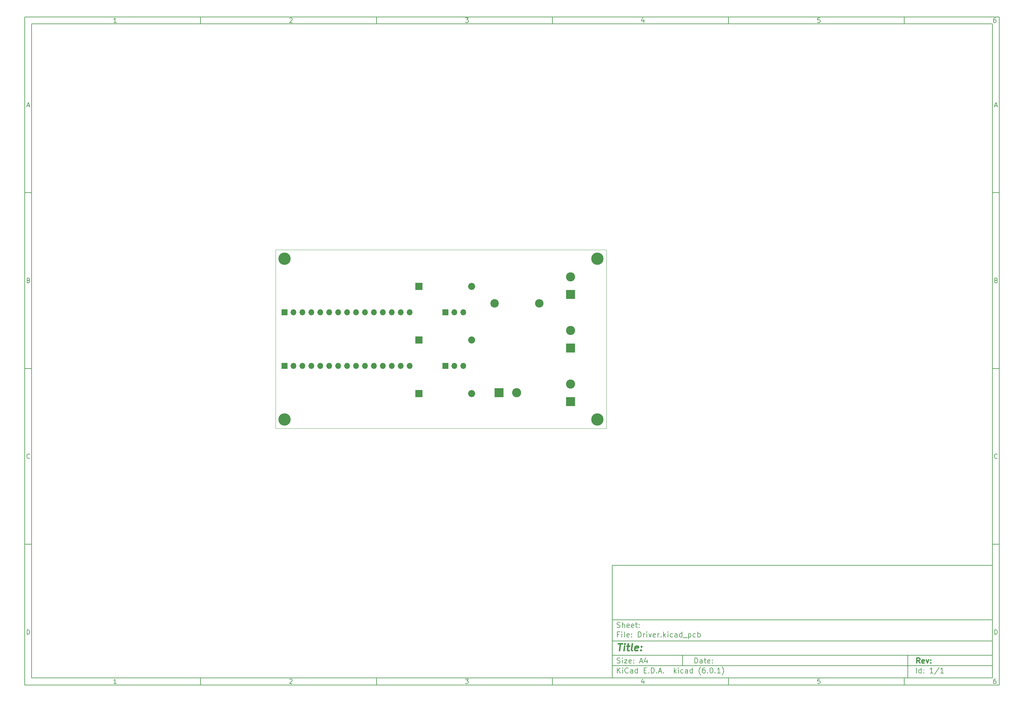
<source format=gbr>
%TF.GenerationSoftware,KiCad,Pcbnew,(6.0.1)*%
%TF.CreationDate,2022-04-25T15:26:45-04:00*%
%TF.ProjectId,Driver,44726976-6572-42e6-9b69-6361645f7063,rev?*%
%TF.SameCoordinates,Original*%
%TF.FileFunction,Soldermask,Bot*%
%TF.FilePolarity,Negative*%
%FSLAX46Y46*%
G04 Gerber Fmt 4.6, Leading zero omitted, Abs format (unit mm)*
G04 Created by KiCad (PCBNEW (6.0.1)) date 2022-04-25 15:26:45*
%MOMM*%
%LPD*%
G01*
G04 APERTURE LIST*
%ADD10C,0.100000*%
%ADD11C,0.150000*%
%ADD12C,0.300000*%
%ADD13C,0.400000*%
%TA.AperFunction,Profile*%
%ADD14C,0.100000*%
%TD*%
%ADD15R,2.000000X2.000000*%
%ADD16O,2.000000X2.000000*%
%ADD17C,3.500000*%
%ADD18R,2.600000X2.600000*%
%ADD19C,2.600000*%
%ADD20R,1.700000X1.700000*%
%ADD21O,1.700000X1.700000*%
%ADD22C,2.400000*%
%ADD23O,2.400000X2.400000*%
G04 APERTURE END LIST*
D10*
D11*
X177002200Y-166007200D02*
X177002200Y-198007200D01*
X285002200Y-198007200D01*
X285002200Y-166007200D01*
X177002200Y-166007200D01*
D10*
D11*
X10000000Y-10000000D02*
X10000000Y-200007200D01*
X287002200Y-200007200D01*
X287002200Y-10000000D01*
X10000000Y-10000000D01*
D10*
D11*
X12000000Y-12000000D02*
X12000000Y-198007200D01*
X285002200Y-198007200D01*
X285002200Y-12000000D01*
X12000000Y-12000000D01*
D10*
D11*
X60000000Y-12000000D02*
X60000000Y-10000000D01*
D10*
D11*
X110000000Y-12000000D02*
X110000000Y-10000000D01*
D10*
D11*
X160000000Y-12000000D02*
X160000000Y-10000000D01*
D10*
D11*
X210000000Y-12000000D02*
X210000000Y-10000000D01*
D10*
D11*
X260000000Y-12000000D02*
X260000000Y-10000000D01*
D10*
D11*
X36065476Y-11588095D02*
X35322619Y-11588095D01*
X35694047Y-11588095D02*
X35694047Y-10288095D01*
X35570238Y-10473809D01*
X35446428Y-10597619D01*
X35322619Y-10659523D01*
D10*
D11*
X85322619Y-10411904D02*
X85384523Y-10350000D01*
X85508333Y-10288095D01*
X85817857Y-10288095D01*
X85941666Y-10350000D01*
X86003571Y-10411904D01*
X86065476Y-10535714D01*
X86065476Y-10659523D01*
X86003571Y-10845238D01*
X85260714Y-11588095D01*
X86065476Y-11588095D01*
D10*
D11*
X135260714Y-10288095D02*
X136065476Y-10288095D01*
X135632142Y-10783333D01*
X135817857Y-10783333D01*
X135941666Y-10845238D01*
X136003571Y-10907142D01*
X136065476Y-11030952D01*
X136065476Y-11340476D01*
X136003571Y-11464285D01*
X135941666Y-11526190D01*
X135817857Y-11588095D01*
X135446428Y-11588095D01*
X135322619Y-11526190D01*
X135260714Y-11464285D01*
D10*
D11*
X185941666Y-10721428D02*
X185941666Y-11588095D01*
X185632142Y-10226190D02*
X185322619Y-11154761D01*
X186127380Y-11154761D01*
D10*
D11*
X236003571Y-10288095D02*
X235384523Y-10288095D01*
X235322619Y-10907142D01*
X235384523Y-10845238D01*
X235508333Y-10783333D01*
X235817857Y-10783333D01*
X235941666Y-10845238D01*
X236003571Y-10907142D01*
X236065476Y-11030952D01*
X236065476Y-11340476D01*
X236003571Y-11464285D01*
X235941666Y-11526190D01*
X235817857Y-11588095D01*
X235508333Y-11588095D01*
X235384523Y-11526190D01*
X235322619Y-11464285D01*
D10*
D11*
X285941666Y-10288095D02*
X285694047Y-10288095D01*
X285570238Y-10350000D01*
X285508333Y-10411904D01*
X285384523Y-10597619D01*
X285322619Y-10845238D01*
X285322619Y-11340476D01*
X285384523Y-11464285D01*
X285446428Y-11526190D01*
X285570238Y-11588095D01*
X285817857Y-11588095D01*
X285941666Y-11526190D01*
X286003571Y-11464285D01*
X286065476Y-11340476D01*
X286065476Y-11030952D01*
X286003571Y-10907142D01*
X285941666Y-10845238D01*
X285817857Y-10783333D01*
X285570238Y-10783333D01*
X285446428Y-10845238D01*
X285384523Y-10907142D01*
X285322619Y-11030952D01*
D10*
D11*
X60000000Y-198007200D02*
X60000000Y-200007200D01*
D10*
D11*
X110000000Y-198007200D02*
X110000000Y-200007200D01*
D10*
D11*
X160000000Y-198007200D02*
X160000000Y-200007200D01*
D10*
D11*
X210000000Y-198007200D02*
X210000000Y-200007200D01*
D10*
D11*
X260000000Y-198007200D02*
X260000000Y-200007200D01*
D10*
D11*
X36065476Y-199595295D02*
X35322619Y-199595295D01*
X35694047Y-199595295D02*
X35694047Y-198295295D01*
X35570238Y-198481009D01*
X35446428Y-198604819D01*
X35322619Y-198666723D01*
D10*
D11*
X85322619Y-198419104D02*
X85384523Y-198357200D01*
X85508333Y-198295295D01*
X85817857Y-198295295D01*
X85941666Y-198357200D01*
X86003571Y-198419104D01*
X86065476Y-198542914D01*
X86065476Y-198666723D01*
X86003571Y-198852438D01*
X85260714Y-199595295D01*
X86065476Y-199595295D01*
D10*
D11*
X135260714Y-198295295D02*
X136065476Y-198295295D01*
X135632142Y-198790533D01*
X135817857Y-198790533D01*
X135941666Y-198852438D01*
X136003571Y-198914342D01*
X136065476Y-199038152D01*
X136065476Y-199347676D01*
X136003571Y-199471485D01*
X135941666Y-199533390D01*
X135817857Y-199595295D01*
X135446428Y-199595295D01*
X135322619Y-199533390D01*
X135260714Y-199471485D01*
D10*
D11*
X185941666Y-198728628D02*
X185941666Y-199595295D01*
X185632142Y-198233390D02*
X185322619Y-199161961D01*
X186127380Y-199161961D01*
D10*
D11*
X236003571Y-198295295D02*
X235384523Y-198295295D01*
X235322619Y-198914342D01*
X235384523Y-198852438D01*
X235508333Y-198790533D01*
X235817857Y-198790533D01*
X235941666Y-198852438D01*
X236003571Y-198914342D01*
X236065476Y-199038152D01*
X236065476Y-199347676D01*
X236003571Y-199471485D01*
X235941666Y-199533390D01*
X235817857Y-199595295D01*
X235508333Y-199595295D01*
X235384523Y-199533390D01*
X235322619Y-199471485D01*
D10*
D11*
X285941666Y-198295295D02*
X285694047Y-198295295D01*
X285570238Y-198357200D01*
X285508333Y-198419104D01*
X285384523Y-198604819D01*
X285322619Y-198852438D01*
X285322619Y-199347676D01*
X285384523Y-199471485D01*
X285446428Y-199533390D01*
X285570238Y-199595295D01*
X285817857Y-199595295D01*
X285941666Y-199533390D01*
X286003571Y-199471485D01*
X286065476Y-199347676D01*
X286065476Y-199038152D01*
X286003571Y-198914342D01*
X285941666Y-198852438D01*
X285817857Y-198790533D01*
X285570238Y-198790533D01*
X285446428Y-198852438D01*
X285384523Y-198914342D01*
X285322619Y-199038152D01*
D10*
D11*
X10000000Y-60000000D02*
X12000000Y-60000000D01*
D10*
D11*
X10000000Y-110000000D02*
X12000000Y-110000000D01*
D10*
D11*
X10000000Y-160000000D02*
X12000000Y-160000000D01*
D10*
D11*
X10690476Y-35216666D02*
X11309523Y-35216666D01*
X10566666Y-35588095D02*
X11000000Y-34288095D01*
X11433333Y-35588095D01*
D10*
D11*
X11092857Y-84907142D02*
X11278571Y-84969047D01*
X11340476Y-85030952D01*
X11402380Y-85154761D01*
X11402380Y-85340476D01*
X11340476Y-85464285D01*
X11278571Y-85526190D01*
X11154761Y-85588095D01*
X10659523Y-85588095D01*
X10659523Y-84288095D01*
X11092857Y-84288095D01*
X11216666Y-84350000D01*
X11278571Y-84411904D01*
X11340476Y-84535714D01*
X11340476Y-84659523D01*
X11278571Y-84783333D01*
X11216666Y-84845238D01*
X11092857Y-84907142D01*
X10659523Y-84907142D01*
D10*
D11*
X11402380Y-135464285D02*
X11340476Y-135526190D01*
X11154761Y-135588095D01*
X11030952Y-135588095D01*
X10845238Y-135526190D01*
X10721428Y-135402380D01*
X10659523Y-135278571D01*
X10597619Y-135030952D01*
X10597619Y-134845238D01*
X10659523Y-134597619D01*
X10721428Y-134473809D01*
X10845238Y-134350000D01*
X11030952Y-134288095D01*
X11154761Y-134288095D01*
X11340476Y-134350000D01*
X11402380Y-134411904D01*
D10*
D11*
X10659523Y-185588095D02*
X10659523Y-184288095D01*
X10969047Y-184288095D01*
X11154761Y-184350000D01*
X11278571Y-184473809D01*
X11340476Y-184597619D01*
X11402380Y-184845238D01*
X11402380Y-185030952D01*
X11340476Y-185278571D01*
X11278571Y-185402380D01*
X11154761Y-185526190D01*
X10969047Y-185588095D01*
X10659523Y-185588095D01*
D10*
D11*
X287002200Y-60000000D02*
X285002200Y-60000000D01*
D10*
D11*
X287002200Y-110000000D02*
X285002200Y-110000000D01*
D10*
D11*
X287002200Y-160000000D02*
X285002200Y-160000000D01*
D10*
D11*
X285692676Y-35216666D02*
X286311723Y-35216666D01*
X285568866Y-35588095D02*
X286002200Y-34288095D01*
X286435533Y-35588095D01*
D10*
D11*
X286095057Y-84907142D02*
X286280771Y-84969047D01*
X286342676Y-85030952D01*
X286404580Y-85154761D01*
X286404580Y-85340476D01*
X286342676Y-85464285D01*
X286280771Y-85526190D01*
X286156961Y-85588095D01*
X285661723Y-85588095D01*
X285661723Y-84288095D01*
X286095057Y-84288095D01*
X286218866Y-84350000D01*
X286280771Y-84411904D01*
X286342676Y-84535714D01*
X286342676Y-84659523D01*
X286280771Y-84783333D01*
X286218866Y-84845238D01*
X286095057Y-84907142D01*
X285661723Y-84907142D01*
D10*
D11*
X286404580Y-135464285D02*
X286342676Y-135526190D01*
X286156961Y-135588095D01*
X286033152Y-135588095D01*
X285847438Y-135526190D01*
X285723628Y-135402380D01*
X285661723Y-135278571D01*
X285599819Y-135030952D01*
X285599819Y-134845238D01*
X285661723Y-134597619D01*
X285723628Y-134473809D01*
X285847438Y-134350000D01*
X286033152Y-134288095D01*
X286156961Y-134288095D01*
X286342676Y-134350000D01*
X286404580Y-134411904D01*
D10*
D11*
X285661723Y-185588095D02*
X285661723Y-184288095D01*
X285971247Y-184288095D01*
X286156961Y-184350000D01*
X286280771Y-184473809D01*
X286342676Y-184597619D01*
X286404580Y-184845238D01*
X286404580Y-185030952D01*
X286342676Y-185278571D01*
X286280771Y-185402380D01*
X286156961Y-185526190D01*
X285971247Y-185588095D01*
X285661723Y-185588095D01*
D10*
D11*
X200434342Y-193785771D02*
X200434342Y-192285771D01*
X200791485Y-192285771D01*
X201005771Y-192357200D01*
X201148628Y-192500057D01*
X201220057Y-192642914D01*
X201291485Y-192928628D01*
X201291485Y-193142914D01*
X201220057Y-193428628D01*
X201148628Y-193571485D01*
X201005771Y-193714342D01*
X200791485Y-193785771D01*
X200434342Y-193785771D01*
X202577200Y-193785771D02*
X202577200Y-193000057D01*
X202505771Y-192857200D01*
X202362914Y-192785771D01*
X202077200Y-192785771D01*
X201934342Y-192857200D01*
X202577200Y-193714342D02*
X202434342Y-193785771D01*
X202077200Y-193785771D01*
X201934342Y-193714342D01*
X201862914Y-193571485D01*
X201862914Y-193428628D01*
X201934342Y-193285771D01*
X202077200Y-193214342D01*
X202434342Y-193214342D01*
X202577200Y-193142914D01*
X203077200Y-192785771D02*
X203648628Y-192785771D01*
X203291485Y-192285771D02*
X203291485Y-193571485D01*
X203362914Y-193714342D01*
X203505771Y-193785771D01*
X203648628Y-193785771D01*
X204720057Y-193714342D02*
X204577200Y-193785771D01*
X204291485Y-193785771D01*
X204148628Y-193714342D01*
X204077200Y-193571485D01*
X204077200Y-193000057D01*
X204148628Y-192857200D01*
X204291485Y-192785771D01*
X204577200Y-192785771D01*
X204720057Y-192857200D01*
X204791485Y-193000057D01*
X204791485Y-193142914D01*
X204077200Y-193285771D01*
X205434342Y-193642914D02*
X205505771Y-193714342D01*
X205434342Y-193785771D01*
X205362914Y-193714342D01*
X205434342Y-193642914D01*
X205434342Y-193785771D01*
X205434342Y-192857200D02*
X205505771Y-192928628D01*
X205434342Y-193000057D01*
X205362914Y-192928628D01*
X205434342Y-192857200D01*
X205434342Y-193000057D01*
D10*
D11*
X177002200Y-194507200D02*
X285002200Y-194507200D01*
D10*
D11*
X178434342Y-196585771D02*
X178434342Y-195085771D01*
X179291485Y-196585771D02*
X178648628Y-195728628D01*
X179291485Y-195085771D02*
X178434342Y-195942914D01*
X179934342Y-196585771D02*
X179934342Y-195585771D01*
X179934342Y-195085771D02*
X179862914Y-195157200D01*
X179934342Y-195228628D01*
X180005771Y-195157200D01*
X179934342Y-195085771D01*
X179934342Y-195228628D01*
X181505771Y-196442914D02*
X181434342Y-196514342D01*
X181220057Y-196585771D01*
X181077200Y-196585771D01*
X180862914Y-196514342D01*
X180720057Y-196371485D01*
X180648628Y-196228628D01*
X180577200Y-195942914D01*
X180577200Y-195728628D01*
X180648628Y-195442914D01*
X180720057Y-195300057D01*
X180862914Y-195157200D01*
X181077200Y-195085771D01*
X181220057Y-195085771D01*
X181434342Y-195157200D01*
X181505771Y-195228628D01*
X182791485Y-196585771D02*
X182791485Y-195800057D01*
X182720057Y-195657200D01*
X182577200Y-195585771D01*
X182291485Y-195585771D01*
X182148628Y-195657200D01*
X182791485Y-196514342D02*
X182648628Y-196585771D01*
X182291485Y-196585771D01*
X182148628Y-196514342D01*
X182077200Y-196371485D01*
X182077200Y-196228628D01*
X182148628Y-196085771D01*
X182291485Y-196014342D01*
X182648628Y-196014342D01*
X182791485Y-195942914D01*
X184148628Y-196585771D02*
X184148628Y-195085771D01*
X184148628Y-196514342D02*
X184005771Y-196585771D01*
X183720057Y-196585771D01*
X183577200Y-196514342D01*
X183505771Y-196442914D01*
X183434342Y-196300057D01*
X183434342Y-195871485D01*
X183505771Y-195728628D01*
X183577200Y-195657200D01*
X183720057Y-195585771D01*
X184005771Y-195585771D01*
X184148628Y-195657200D01*
X186005771Y-195800057D02*
X186505771Y-195800057D01*
X186720057Y-196585771D02*
X186005771Y-196585771D01*
X186005771Y-195085771D01*
X186720057Y-195085771D01*
X187362914Y-196442914D02*
X187434342Y-196514342D01*
X187362914Y-196585771D01*
X187291485Y-196514342D01*
X187362914Y-196442914D01*
X187362914Y-196585771D01*
X188077200Y-196585771D02*
X188077200Y-195085771D01*
X188434342Y-195085771D01*
X188648628Y-195157200D01*
X188791485Y-195300057D01*
X188862914Y-195442914D01*
X188934342Y-195728628D01*
X188934342Y-195942914D01*
X188862914Y-196228628D01*
X188791485Y-196371485D01*
X188648628Y-196514342D01*
X188434342Y-196585771D01*
X188077200Y-196585771D01*
X189577200Y-196442914D02*
X189648628Y-196514342D01*
X189577200Y-196585771D01*
X189505771Y-196514342D01*
X189577200Y-196442914D01*
X189577200Y-196585771D01*
X190220057Y-196157200D02*
X190934342Y-196157200D01*
X190077200Y-196585771D02*
X190577200Y-195085771D01*
X191077200Y-196585771D01*
X191577200Y-196442914D02*
X191648628Y-196514342D01*
X191577200Y-196585771D01*
X191505771Y-196514342D01*
X191577200Y-196442914D01*
X191577200Y-196585771D01*
X194577200Y-196585771D02*
X194577200Y-195085771D01*
X194720057Y-196014342D02*
X195148628Y-196585771D01*
X195148628Y-195585771D02*
X194577200Y-196157200D01*
X195791485Y-196585771D02*
X195791485Y-195585771D01*
X195791485Y-195085771D02*
X195720057Y-195157200D01*
X195791485Y-195228628D01*
X195862914Y-195157200D01*
X195791485Y-195085771D01*
X195791485Y-195228628D01*
X197148628Y-196514342D02*
X197005771Y-196585771D01*
X196720057Y-196585771D01*
X196577200Y-196514342D01*
X196505771Y-196442914D01*
X196434342Y-196300057D01*
X196434342Y-195871485D01*
X196505771Y-195728628D01*
X196577200Y-195657200D01*
X196720057Y-195585771D01*
X197005771Y-195585771D01*
X197148628Y-195657200D01*
X198434342Y-196585771D02*
X198434342Y-195800057D01*
X198362914Y-195657200D01*
X198220057Y-195585771D01*
X197934342Y-195585771D01*
X197791485Y-195657200D01*
X198434342Y-196514342D02*
X198291485Y-196585771D01*
X197934342Y-196585771D01*
X197791485Y-196514342D01*
X197720057Y-196371485D01*
X197720057Y-196228628D01*
X197791485Y-196085771D01*
X197934342Y-196014342D01*
X198291485Y-196014342D01*
X198434342Y-195942914D01*
X199791485Y-196585771D02*
X199791485Y-195085771D01*
X199791485Y-196514342D02*
X199648628Y-196585771D01*
X199362914Y-196585771D01*
X199220057Y-196514342D01*
X199148628Y-196442914D01*
X199077200Y-196300057D01*
X199077200Y-195871485D01*
X199148628Y-195728628D01*
X199220057Y-195657200D01*
X199362914Y-195585771D01*
X199648628Y-195585771D01*
X199791485Y-195657200D01*
X202077200Y-197157200D02*
X202005771Y-197085771D01*
X201862914Y-196871485D01*
X201791485Y-196728628D01*
X201720057Y-196514342D01*
X201648628Y-196157200D01*
X201648628Y-195871485D01*
X201720057Y-195514342D01*
X201791485Y-195300057D01*
X201862914Y-195157200D01*
X202005771Y-194942914D01*
X202077200Y-194871485D01*
X203291485Y-195085771D02*
X203005771Y-195085771D01*
X202862914Y-195157200D01*
X202791485Y-195228628D01*
X202648628Y-195442914D01*
X202577200Y-195728628D01*
X202577200Y-196300057D01*
X202648628Y-196442914D01*
X202720057Y-196514342D01*
X202862914Y-196585771D01*
X203148628Y-196585771D01*
X203291485Y-196514342D01*
X203362914Y-196442914D01*
X203434342Y-196300057D01*
X203434342Y-195942914D01*
X203362914Y-195800057D01*
X203291485Y-195728628D01*
X203148628Y-195657200D01*
X202862914Y-195657200D01*
X202720057Y-195728628D01*
X202648628Y-195800057D01*
X202577200Y-195942914D01*
X204077200Y-196442914D02*
X204148628Y-196514342D01*
X204077200Y-196585771D01*
X204005771Y-196514342D01*
X204077200Y-196442914D01*
X204077200Y-196585771D01*
X205077200Y-195085771D02*
X205220057Y-195085771D01*
X205362914Y-195157200D01*
X205434342Y-195228628D01*
X205505771Y-195371485D01*
X205577200Y-195657200D01*
X205577200Y-196014342D01*
X205505771Y-196300057D01*
X205434342Y-196442914D01*
X205362914Y-196514342D01*
X205220057Y-196585771D01*
X205077200Y-196585771D01*
X204934342Y-196514342D01*
X204862914Y-196442914D01*
X204791485Y-196300057D01*
X204720057Y-196014342D01*
X204720057Y-195657200D01*
X204791485Y-195371485D01*
X204862914Y-195228628D01*
X204934342Y-195157200D01*
X205077200Y-195085771D01*
X206220057Y-196442914D02*
X206291485Y-196514342D01*
X206220057Y-196585771D01*
X206148628Y-196514342D01*
X206220057Y-196442914D01*
X206220057Y-196585771D01*
X207720057Y-196585771D02*
X206862914Y-196585771D01*
X207291485Y-196585771D02*
X207291485Y-195085771D01*
X207148628Y-195300057D01*
X207005771Y-195442914D01*
X206862914Y-195514342D01*
X208220057Y-197157200D02*
X208291485Y-197085771D01*
X208434342Y-196871485D01*
X208505771Y-196728628D01*
X208577200Y-196514342D01*
X208648628Y-196157200D01*
X208648628Y-195871485D01*
X208577200Y-195514342D01*
X208505771Y-195300057D01*
X208434342Y-195157200D01*
X208291485Y-194942914D01*
X208220057Y-194871485D01*
D10*
D11*
X177002200Y-191507200D02*
X285002200Y-191507200D01*
D10*
D12*
X264411485Y-193785771D02*
X263911485Y-193071485D01*
X263554342Y-193785771D02*
X263554342Y-192285771D01*
X264125771Y-192285771D01*
X264268628Y-192357200D01*
X264340057Y-192428628D01*
X264411485Y-192571485D01*
X264411485Y-192785771D01*
X264340057Y-192928628D01*
X264268628Y-193000057D01*
X264125771Y-193071485D01*
X263554342Y-193071485D01*
X265625771Y-193714342D02*
X265482914Y-193785771D01*
X265197200Y-193785771D01*
X265054342Y-193714342D01*
X264982914Y-193571485D01*
X264982914Y-193000057D01*
X265054342Y-192857200D01*
X265197200Y-192785771D01*
X265482914Y-192785771D01*
X265625771Y-192857200D01*
X265697200Y-193000057D01*
X265697200Y-193142914D01*
X264982914Y-193285771D01*
X266197200Y-192785771D02*
X266554342Y-193785771D01*
X266911485Y-192785771D01*
X267482914Y-193642914D02*
X267554342Y-193714342D01*
X267482914Y-193785771D01*
X267411485Y-193714342D01*
X267482914Y-193642914D01*
X267482914Y-193785771D01*
X267482914Y-192857200D02*
X267554342Y-192928628D01*
X267482914Y-193000057D01*
X267411485Y-192928628D01*
X267482914Y-192857200D01*
X267482914Y-193000057D01*
D10*
D11*
X178362914Y-193714342D02*
X178577200Y-193785771D01*
X178934342Y-193785771D01*
X179077200Y-193714342D01*
X179148628Y-193642914D01*
X179220057Y-193500057D01*
X179220057Y-193357200D01*
X179148628Y-193214342D01*
X179077200Y-193142914D01*
X178934342Y-193071485D01*
X178648628Y-193000057D01*
X178505771Y-192928628D01*
X178434342Y-192857200D01*
X178362914Y-192714342D01*
X178362914Y-192571485D01*
X178434342Y-192428628D01*
X178505771Y-192357200D01*
X178648628Y-192285771D01*
X179005771Y-192285771D01*
X179220057Y-192357200D01*
X179862914Y-193785771D02*
X179862914Y-192785771D01*
X179862914Y-192285771D02*
X179791485Y-192357200D01*
X179862914Y-192428628D01*
X179934342Y-192357200D01*
X179862914Y-192285771D01*
X179862914Y-192428628D01*
X180434342Y-192785771D02*
X181220057Y-192785771D01*
X180434342Y-193785771D01*
X181220057Y-193785771D01*
X182362914Y-193714342D02*
X182220057Y-193785771D01*
X181934342Y-193785771D01*
X181791485Y-193714342D01*
X181720057Y-193571485D01*
X181720057Y-193000057D01*
X181791485Y-192857200D01*
X181934342Y-192785771D01*
X182220057Y-192785771D01*
X182362914Y-192857200D01*
X182434342Y-193000057D01*
X182434342Y-193142914D01*
X181720057Y-193285771D01*
X183077200Y-193642914D02*
X183148628Y-193714342D01*
X183077200Y-193785771D01*
X183005771Y-193714342D01*
X183077200Y-193642914D01*
X183077200Y-193785771D01*
X183077200Y-192857200D02*
X183148628Y-192928628D01*
X183077200Y-193000057D01*
X183005771Y-192928628D01*
X183077200Y-192857200D01*
X183077200Y-193000057D01*
X184862914Y-193357200D02*
X185577200Y-193357200D01*
X184720057Y-193785771D02*
X185220057Y-192285771D01*
X185720057Y-193785771D01*
X186862914Y-192785771D02*
X186862914Y-193785771D01*
X186505771Y-192214342D02*
X186148628Y-193285771D01*
X187077200Y-193285771D01*
D10*
D11*
X263434342Y-196585771D02*
X263434342Y-195085771D01*
X264791485Y-196585771D02*
X264791485Y-195085771D01*
X264791485Y-196514342D02*
X264648628Y-196585771D01*
X264362914Y-196585771D01*
X264220057Y-196514342D01*
X264148628Y-196442914D01*
X264077200Y-196300057D01*
X264077200Y-195871485D01*
X264148628Y-195728628D01*
X264220057Y-195657200D01*
X264362914Y-195585771D01*
X264648628Y-195585771D01*
X264791485Y-195657200D01*
X265505771Y-196442914D02*
X265577200Y-196514342D01*
X265505771Y-196585771D01*
X265434342Y-196514342D01*
X265505771Y-196442914D01*
X265505771Y-196585771D01*
X265505771Y-195657200D02*
X265577200Y-195728628D01*
X265505771Y-195800057D01*
X265434342Y-195728628D01*
X265505771Y-195657200D01*
X265505771Y-195800057D01*
X268148628Y-196585771D02*
X267291485Y-196585771D01*
X267720057Y-196585771D02*
X267720057Y-195085771D01*
X267577200Y-195300057D01*
X267434342Y-195442914D01*
X267291485Y-195514342D01*
X269862914Y-195014342D02*
X268577200Y-196942914D01*
X271148628Y-196585771D02*
X270291485Y-196585771D01*
X270720057Y-196585771D02*
X270720057Y-195085771D01*
X270577200Y-195300057D01*
X270434342Y-195442914D01*
X270291485Y-195514342D01*
D10*
D11*
X177002200Y-187507200D02*
X285002200Y-187507200D01*
D10*
D13*
X178714580Y-188211961D02*
X179857438Y-188211961D01*
X179036009Y-190211961D02*
X179286009Y-188211961D01*
X180274104Y-190211961D02*
X180440771Y-188878628D01*
X180524104Y-188211961D02*
X180416961Y-188307200D01*
X180500295Y-188402438D01*
X180607438Y-188307200D01*
X180524104Y-188211961D01*
X180500295Y-188402438D01*
X181107438Y-188878628D02*
X181869342Y-188878628D01*
X181476485Y-188211961D02*
X181262200Y-189926247D01*
X181333628Y-190116723D01*
X181512200Y-190211961D01*
X181702676Y-190211961D01*
X182655057Y-190211961D02*
X182476485Y-190116723D01*
X182405057Y-189926247D01*
X182619342Y-188211961D01*
X184190771Y-190116723D02*
X183988390Y-190211961D01*
X183607438Y-190211961D01*
X183428866Y-190116723D01*
X183357438Y-189926247D01*
X183452676Y-189164342D01*
X183571723Y-188973866D01*
X183774104Y-188878628D01*
X184155057Y-188878628D01*
X184333628Y-188973866D01*
X184405057Y-189164342D01*
X184381247Y-189354819D01*
X183405057Y-189545295D01*
X185155057Y-190021485D02*
X185238390Y-190116723D01*
X185131247Y-190211961D01*
X185047914Y-190116723D01*
X185155057Y-190021485D01*
X185131247Y-190211961D01*
X185286009Y-188973866D02*
X185369342Y-189069104D01*
X185262200Y-189164342D01*
X185178866Y-189069104D01*
X185286009Y-188973866D01*
X185262200Y-189164342D01*
D10*
D11*
X178934342Y-185600057D02*
X178434342Y-185600057D01*
X178434342Y-186385771D02*
X178434342Y-184885771D01*
X179148628Y-184885771D01*
X179720057Y-186385771D02*
X179720057Y-185385771D01*
X179720057Y-184885771D02*
X179648628Y-184957200D01*
X179720057Y-185028628D01*
X179791485Y-184957200D01*
X179720057Y-184885771D01*
X179720057Y-185028628D01*
X180648628Y-186385771D02*
X180505771Y-186314342D01*
X180434342Y-186171485D01*
X180434342Y-184885771D01*
X181791485Y-186314342D02*
X181648628Y-186385771D01*
X181362914Y-186385771D01*
X181220057Y-186314342D01*
X181148628Y-186171485D01*
X181148628Y-185600057D01*
X181220057Y-185457200D01*
X181362914Y-185385771D01*
X181648628Y-185385771D01*
X181791485Y-185457200D01*
X181862914Y-185600057D01*
X181862914Y-185742914D01*
X181148628Y-185885771D01*
X182505771Y-186242914D02*
X182577200Y-186314342D01*
X182505771Y-186385771D01*
X182434342Y-186314342D01*
X182505771Y-186242914D01*
X182505771Y-186385771D01*
X182505771Y-185457200D02*
X182577200Y-185528628D01*
X182505771Y-185600057D01*
X182434342Y-185528628D01*
X182505771Y-185457200D01*
X182505771Y-185600057D01*
X184362914Y-186385771D02*
X184362914Y-184885771D01*
X184720057Y-184885771D01*
X184934342Y-184957200D01*
X185077200Y-185100057D01*
X185148628Y-185242914D01*
X185220057Y-185528628D01*
X185220057Y-185742914D01*
X185148628Y-186028628D01*
X185077200Y-186171485D01*
X184934342Y-186314342D01*
X184720057Y-186385771D01*
X184362914Y-186385771D01*
X185862914Y-186385771D02*
X185862914Y-185385771D01*
X185862914Y-185671485D02*
X185934342Y-185528628D01*
X186005771Y-185457200D01*
X186148628Y-185385771D01*
X186291485Y-185385771D01*
X186791485Y-186385771D02*
X186791485Y-185385771D01*
X186791485Y-184885771D02*
X186720057Y-184957200D01*
X186791485Y-185028628D01*
X186862914Y-184957200D01*
X186791485Y-184885771D01*
X186791485Y-185028628D01*
X187362914Y-185385771D02*
X187720057Y-186385771D01*
X188077200Y-185385771D01*
X189220057Y-186314342D02*
X189077200Y-186385771D01*
X188791485Y-186385771D01*
X188648628Y-186314342D01*
X188577200Y-186171485D01*
X188577200Y-185600057D01*
X188648628Y-185457200D01*
X188791485Y-185385771D01*
X189077200Y-185385771D01*
X189220057Y-185457200D01*
X189291485Y-185600057D01*
X189291485Y-185742914D01*
X188577200Y-185885771D01*
X189934342Y-186385771D02*
X189934342Y-185385771D01*
X189934342Y-185671485D02*
X190005771Y-185528628D01*
X190077200Y-185457200D01*
X190220057Y-185385771D01*
X190362914Y-185385771D01*
X190862914Y-186242914D02*
X190934342Y-186314342D01*
X190862914Y-186385771D01*
X190791485Y-186314342D01*
X190862914Y-186242914D01*
X190862914Y-186385771D01*
X191577200Y-186385771D02*
X191577200Y-184885771D01*
X191720057Y-185814342D02*
X192148628Y-186385771D01*
X192148628Y-185385771D02*
X191577200Y-185957200D01*
X192791485Y-186385771D02*
X192791485Y-185385771D01*
X192791485Y-184885771D02*
X192720057Y-184957200D01*
X192791485Y-185028628D01*
X192862914Y-184957200D01*
X192791485Y-184885771D01*
X192791485Y-185028628D01*
X194148628Y-186314342D02*
X194005771Y-186385771D01*
X193720057Y-186385771D01*
X193577200Y-186314342D01*
X193505771Y-186242914D01*
X193434342Y-186100057D01*
X193434342Y-185671485D01*
X193505771Y-185528628D01*
X193577200Y-185457200D01*
X193720057Y-185385771D01*
X194005771Y-185385771D01*
X194148628Y-185457200D01*
X195434342Y-186385771D02*
X195434342Y-185600057D01*
X195362914Y-185457200D01*
X195220057Y-185385771D01*
X194934342Y-185385771D01*
X194791485Y-185457200D01*
X195434342Y-186314342D02*
X195291485Y-186385771D01*
X194934342Y-186385771D01*
X194791485Y-186314342D01*
X194720057Y-186171485D01*
X194720057Y-186028628D01*
X194791485Y-185885771D01*
X194934342Y-185814342D01*
X195291485Y-185814342D01*
X195434342Y-185742914D01*
X196791485Y-186385771D02*
X196791485Y-184885771D01*
X196791485Y-186314342D02*
X196648628Y-186385771D01*
X196362914Y-186385771D01*
X196220057Y-186314342D01*
X196148628Y-186242914D01*
X196077200Y-186100057D01*
X196077200Y-185671485D01*
X196148628Y-185528628D01*
X196220057Y-185457200D01*
X196362914Y-185385771D01*
X196648628Y-185385771D01*
X196791485Y-185457200D01*
X197148628Y-186528628D02*
X198291485Y-186528628D01*
X198648628Y-185385771D02*
X198648628Y-186885771D01*
X198648628Y-185457200D02*
X198791485Y-185385771D01*
X199077200Y-185385771D01*
X199220057Y-185457200D01*
X199291485Y-185528628D01*
X199362914Y-185671485D01*
X199362914Y-186100057D01*
X199291485Y-186242914D01*
X199220057Y-186314342D01*
X199077200Y-186385771D01*
X198791485Y-186385771D01*
X198648628Y-186314342D01*
X200648628Y-186314342D02*
X200505771Y-186385771D01*
X200220057Y-186385771D01*
X200077200Y-186314342D01*
X200005771Y-186242914D01*
X199934342Y-186100057D01*
X199934342Y-185671485D01*
X200005771Y-185528628D01*
X200077200Y-185457200D01*
X200220057Y-185385771D01*
X200505771Y-185385771D01*
X200648628Y-185457200D01*
X201291485Y-186385771D02*
X201291485Y-184885771D01*
X201291485Y-185457200D02*
X201434342Y-185385771D01*
X201720057Y-185385771D01*
X201862914Y-185457200D01*
X201934342Y-185528628D01*
X202005771Y-185671485D01*
X202005771Y-186100057D01*
X201934342Y-186242914D01*
X201862914Y-186314342D01*
X201720057Y-186385771D01*
X201434342Y-186385771D01*
X201291485Y-186314342D01*
D10*
D11*
X177002200Y-181507200D02*
X285002200Y-181507200D01*
D10*
D11*
X178362914Y-183614342D02*
X178577200Y-183685771D01*
X178934342Y-183685771D01*
X179077200Y-183614342D01*
X179148628Y-183542914D01*
X179220057Y-183400057D01*
X179220057Y-183257200D01*
X179148628Y-183114342D01*
X179077200Y-183042914D01*
X178934342Y-182971485D01*
X178648628Y-182900057D01*
X178505771Y-182828628D01*
X178434342Y-182757200D01*
X178362914Y-182614342D01*
X178362914Y-182471485D01*
X178434342Y-182328628D01*
X178505771Y-182257200D01*
X178648628Y-182185771D01*
X179005771Y-182185771D01*
X179220057Y-182257200D01*
X179862914Y-183685771D02*
X179862914Y-182185771D01*
X180505771Y-183685771D02*
X180505771Y-182900057D01*
X180434342Y-182757200D01*
X180291485Y-182685771D01*
X180077200Y-182685771D01*
X179934342Y-182757200D01*
X179862914Y-182828628D01*
X181791485Y-183614342D02*
X181648628Y-183685771D01*
X181362914Y-183685771D01*
X181220057Y-183614342D01*
X181148628Y-183471485D01*
X181148628Y-182900057D01*
X181220057Y-182757200D01*
X181362914Y-182685771D01*
X181648628Y-182685771D01*
X181791485Y-182757200D01*
X181862914Y-182900057D01*
X181862914Y-183042914D01*
X181148628Y-183185771D01*
X183077200Y-183614342D02*
X182934342Y-183685771D01*
X182648628Y-183685771D01*
X182505771Y-183614342D01*
X182434342Y-183471485D01*
X182434342Y-182900057D01*
X182505771Y-182757200D01*
X182648628Y-182685771D01*
X182934342Y-182685771D01*
X183077200Y-182757200D01*
X183148628Y-182900057D01*
X183148628Y-183042914D01*
X182434342Y-183185771D01*
X183577200Y-182685771D02*
X184148628Y-182685771D01*
X183791485Y-182185771D02*
X183791485Y-183471485D01*
X183862914Y-183614342D01*
X184005771Y-183685771D01*
X184148628Y-183685771D01*
X184648628Y-183542914D02*
X184720057Y-183614342D01*
X184648628Y-183685771D01*
X184577200Y-183614342D01*
X184648628Y-183542914D01*
X184648628Y-183685771D01*
X184648628Y-182757200D02*
X184720057Y-182828628D01*
X184648628Y-182900057D01*
X184577200Y-182828628D01*
X184648628Y-182757200D01*
X184648628Y-182900057D01*
D10*
D12*
D10*
D11*
D10*
D11*
D10*
D11*
D10*
D11*
D10*
D11*
X197002200Y-191507200D02*
X197002200Y-194507200D01*
D10*
D11*
X261002200Y-191507200D02*
X261002200Y-198007200D01*
D14*
X175260000Y-76200000D02*
X81280000Y-76200000D01*
X81280000Y-76200000D02*
X81280000Y-127000000D01*
X81280000Y-127000000D02*
X175260000Y-127000000D01*
X175260000Y-127000000D02*
X175260000Y-76200000D01*
D15*
%TO.C,C2*%
X122040000Y-86602500D03*
D16*
X137040000Y-86602500D03*
%TD*%
D17*
%TO.C,REF1*%
X83820000Y-124460000D03*
%TD*%
D18*
%TO.C,VmotorIN1*%
X144780000Y-116840000D03*
D19*
X149780000Y-116840000D03*
%TD*%
D18*
%TO.C,MotorA1*%
X165100000Y-119380000D03*
D19*
X165100000Y-114380000D03*
%TD*%
D15*
%TO.C,C3*%
X122040000Y-101842500D03*
D16*
X137040000Y-101842500D03*
%TD*%
D15*
%TO.C,C1*%
X122040000Y-117082500D03*
D16*
X137040000Y-117082500D03*
%TD*%
D20*
%TO.C,Servo2*%
X129540000Y-93980000D03*
D21*
X132080000Y-93980000D03*
X134620000Y-93980000D03*
%TD*%
D18*
%TO.C,MotorB1*%
X165100000Y-88900000D03*
D19*
X165100000Y-83900000D03*
%TD*%
D17*
%TO.C,REF3*%
X172720000Y-78740000D03*
%TD*%
D20*
%TO.C,JP1*%
X83820000Y-109220000D03*
D21*
X86360000Y-109220000D03*
X88900000Y-109220000D03*
X91440000Y-109220000D03*
X93980000Y-109220000D03*
X96520000Y-109220000D03*
X99060000Y-109220000D03*
X101600000Y-109220000D03*
X104140000Y-109220000D03*
X106680000Y-109220000D03*
X109220000Y-109220000D03*
X111760000Y-109220000D03*
X114300000Y-109220000D03*
X116840000Y-109220000D03*
X119380000Y-109220000D03*
%TD*%
D20*
%TO.C,JP2*%
X83820000Y-93980000D03*
D21*
X86360000Y-93980000D03*
X88900000Y-93980000D03*
X91440000Y-93980000D03*
X93980000Y-93980000D03*
X96520000Y-93980000D03*
X99060000Y-93980000D03*
X101600000Y-93980000D03*
X104140000Y-93980000D03*
X106680000Y-93980000D03*
X109220000Y-93980000D03*
X111760000Y-93980000D03*
X114300000Y-93980000D03*
X116840000Y-93980000D03*
X119380000Y-93980000D03*
%TD*%
D18*
%TO.C,GND1*%
X165100000Y-104140000D03*
D19*
X165100000Y-99140000D03*
%TD*%
D17*
%TO.C,REF4*%
X83820000Y-78740000D03*
%TD*%
D20*
%TO.C,Servo1*%
X129540000Y-109220000D03*
D21*
X132080000Y-109220000D03*
X134620000Y-109220000D03*
%TD*%
D22*
%TO.C,R1*%
X143510000Y-91440000D03*
D23*
X156210000Y-91440000D03*
%TD*%
D17*
%TO.C,REF2*%
X172720000Y-124460000D03*
%TD*%
M02*

</source>
